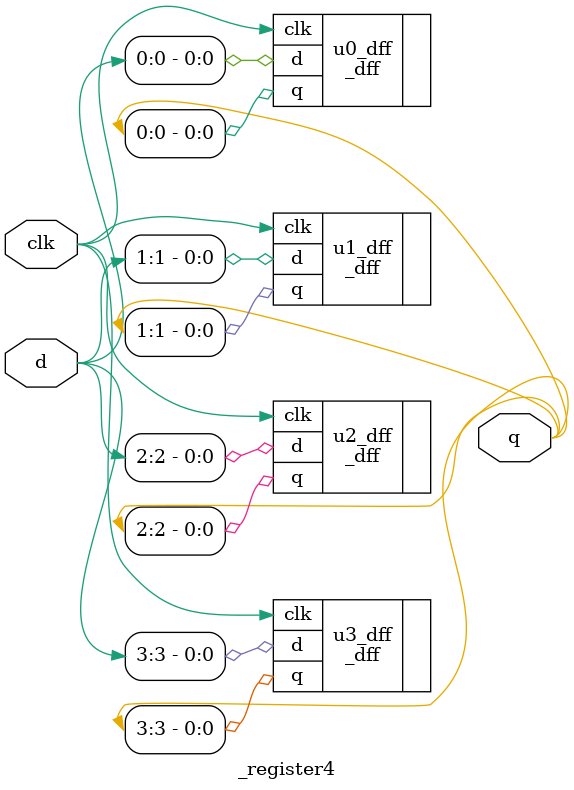
<source format=v>
module _register32(clk, d, q);
	input clk;
	input [31:0] d;
	output [31:0] q;
	
	_register8 u0_register8(.clk(clk), .d(d[7:0]), .q(q[7:0]));
	_register8 u1_register8(.clk(clk), .d(d[15:8]), .q(q[15:8]));
	_register8 u2_register8(.clk(clk), .d(d[23:16]), .q(q[23:16]));
	_register8 u3_register8(.clk(clk), .d(d[31:24]), .q(q[31:24]));	
endmodule

module _register8(clk, d, q);
	input clk;
	input [7:0] d;
	output [7:0] q;
	
	_register4 u0_register4(.clk(clk), .d(d[3:0]), .q(q[3:0]));
	_register4 u1_register4(.clk(clk), .d(d[7:4]), .q(q[7:4]));	
endmodule

module _register4(clk, d, q);
	input clk;
	input [3:0] d;
	output [3:0] q;
	
	_dff u0_dff(.clk(clk), .d(d[0]), .q(q[0]));
	_dff u1_dff(.clk(clk), .d(d[1]), .q(q[1]));
	_dff u2_dff(.clk(clk), .d(d[2]), .q(q[2]));
	_dff u3_dff(.clk(clk), .d(d[3]), .q(q[3]));
endmodule

</source>
